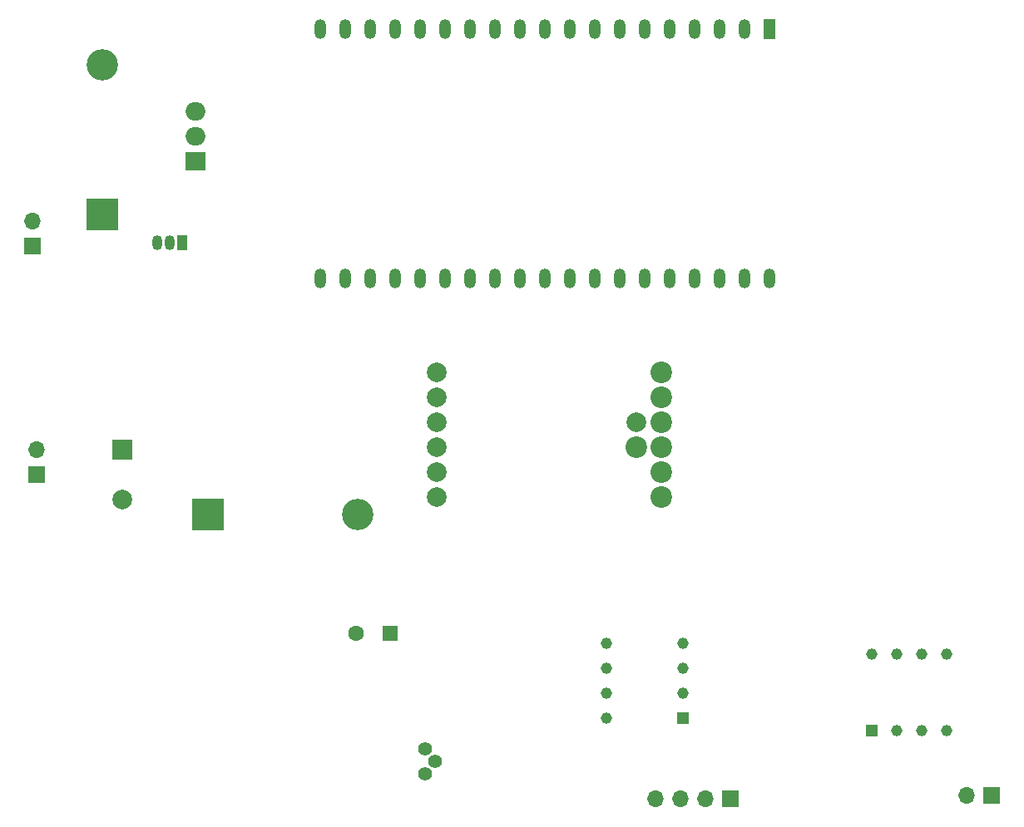
<source format=gbr>
%TF.GenerationSoftware,KiCad,Pcbnew,9.0.0*%
%TF.CreationDate,2025-11-10T15:20:41+01:00*%
%TF.ProjectId,piezotesterV2.1,7069657a-6f74-4657-9374-657256322e31,rev?*%
%TF.SameCoordinates,Original*%
%TF.FileFunction,Soldermask,Bot*%
%TF.FilePolarity,Negative*%
%FSLAX46Y46*%
G04 Gerber Fmt 4.6, Leading zero omitted, Abs format (unit mm)*
G04 Created by KiCad (PCBNEW 9.0.0) date 2025-11-10 15:20:41*
%MOMM*%
%LPD*%
G01*
G04 APERTURE LIST*
%ADD10C,2.200000*%
%ADD11C,2.000000*%
%ADD12O,3.200000X3.200000*%
%ADD13R,3.200000X3.200000*%
%ADD14O,1.050000X1.500000*%
%ADD15R,1.050000X1.500000*%
%ADD16O,2.000000X1.905000*%
%ADD17R,2.000000X1.905000*%
%ADD18O,1.700000X1.700000*%
%ADD19R,1.700000X1.700000*%
%ADD20O,1.200000X2.000000*%
%ADD21R,1.200000X2.000000*%
%ADD22C,1.159000*%
%ADD23R,1.159000X1.159000*%
%ADD24C,1.600000*%
%ADD25R,1.600000X1.600000*%
%ADD26C,1.400000*%
%ADD27R,2.000000X2.000000*%
G04 APERTURE END LIST*
D10*
%TO.C,ADS2*%
X140960000Y-108690000D03*
X143500000Y-113770000D03*
X143500000Y-111230000D03*
X143500000Y-108690000D03*
X143500000Y-106150000D03*
X143500000Y-103610000D03*
X143500000Y-101070000D03*
D11*
X120640000Y-113770000D03*
X120640000Y-111230000D03*
X120640000Y-108690000D03*
X120640000Y-106150000D03*
X120640000Y-103610000D03*
X140960000Y-106150000D03*
X120640000Y-101070000D03*
%TD*%
D12*
%TO.C,D2*%
X86580000Y-69710000D03*
D13*
X86580000Y-84950000D03*
%TD*%
D14*
%TO.C,Q3*%
X92160000Y-87880000D03*
X93430000Y-87880000D03*
D15*
X94700000Y-87880000D03*
%TD*%
D16*
%TO.C,Q4*%
X96120000Y-74450000D03*
X96120000Y-76990000D03*
D17*
X96120000Y-79530000D03*
%TD*%
D18*
%TO.C,J8*%
X79515000Y-85645000D03*
D19*
X79515000Y-88185000D03*
%TD*%
D20*
%TO.C,U1*%
X154530000Y-91530000D03*
X151990000Y-91530000D03*
X149450000Y-91530000D03*
X146910000Y-91530000D03*
X144370000Y-91530000D03*
X141830000Y-91530000D03*
X139290000Y-91530000D03*
X136750000Y-91530000D03*
X134210000Y-91530000D03*
X131670000Y-91530000D03*
X129130000Y-91530000D03*
X126590000Y-91530000D03*
X124050000Y-91530000D03*
X121510000Y-91530000D03*
X118970000Y-91530000D03*
X116430000Y-91530000D03*
X113890000Y-91530000D03*
X111352720Y-91526320D03*
X108812720Y-91526320D03*
X108810000Y-66130000D03*
X111350000Y-66130000D03*
X113890000Y-66130000D03*
X116430000Y-66130000D03*
X118970000Y-66130000D03*
X121510000Y-66130000D03*
X124050000Y-66130000D03*
X126590000Y-66130000D03*
X129130000Y-66130000D03*
X131670000Y-66130000D03*
X134210000Y-66130000D03*
X136750000Y-66130000D03*
X139290000Y-66130000D03*
X141830000Y-66130000D03*
X144370000Y-66130000D03*
X146910000Y-66130000D03*
X149450000Y-66130000D03*
X151990000Y-66130000D03*
D21*
X154530000Y-66130000D03*
%TD*%
D22*
%TO.C,IC2*%
X137920000Y-136330000D03*
X137920000Y-133790000D03*
X137920000Y-131250000D03*
X137920000Y-128710000D03*
X145730000Y-128710000D03*
X145730000Y-131250000D03*
X145730000Y-133790000D03*
D23*
X145730000Y-136330000D03*
%TD*%
D19*
%TO.C,J9*%
X79900000Y-111507323D03*
D18*
X79900000Y-108967323D03*
%TD*%
D19*
%TO.C,J2*%
X150550000Y-144530000D03*
D18*
X148010000Y-144530000D03*
X145470000Y-144530000D03*
X142930000Y-144530000D03*
%TD*%
D19*
%TO.C,J1*%
X177125000Y-144175000D03*
D18*
X174585000Y-144175000D03*
%TD*%
D24*
%TO.C,C2*%
X112420000Y-127620000D03*
D25*
X115920000Y-127620000D03*
%TD*%
D26*
%TO.C,IC4*%
X119480000Y-141950000D03*
X120480000Y-140680000D03*
X119480000Y-139410000D03*
%TD*%
D23*
%TO.C,IC1*%
X164920000Y-137570000D03*
D22*
X167460000Y-137570000D03*
X170000000Y-137570000D03*
X172540000Y-137570000D03*
X172540000Y-129760000D03*
X170000000Y-129760000D03*
X167460000Y-129760000D03*
X164920000Y-129760000D03*
%TD*%
D13*
%TO.C,D1*%
X97390000Y-115510000D03*
D12*
X112630000Y-115510000D03*
%TD*%
D27*
%TO.C,C1*%
X88620000Y-108990000D03*
D11*
X88620000Y-113990000D03*
%TD*%
M02*

</source>
